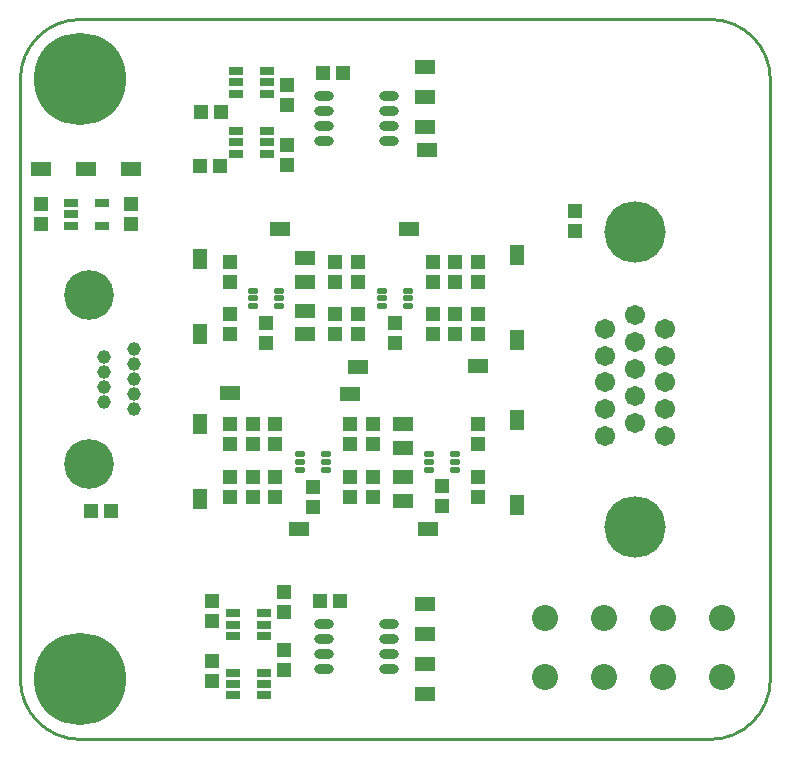
<source format=gts>
G04*
G04 #@! TF.GenerationSoftware,Altium Limited,Altium Designer,22.9.1 (49)*
G04*
G04 Layer_Color=8388736*
%FSLAX25Y25*%
%MOIN*%
G70*
G04*
G04 #@! TF.SameCoordinates,30CEAF04-E3BD-4145-9B8D-8DB9266C66AB*
G04*
G04*
G04 #@! TF.FilePolarity,Negative*
G04*
G01*
G75*
%ADD12C,0.01000*%
%ADD15R,0.04540X0.04540*%
%ADD16R,0.04540X0.04540*%
%ADD17R,0.07099X0.04737*%
%ADD18R,0.04882X0.02913*%
%ADD19O,0.06509X0.03162*%
%ADD20R,0.04737X0.07099*%
%ADD21R,0.06902X0.04737*%
%ADD22O,0.03543X0.02165*%
%ADD23C,0.06706*%
%ADD24C,0.20485*%
%ADD25C,0.04540*%
%ADD26C,0.16548*%
%ADD27C,0.08674*%
%ADD28C,0.30800*%
%ADD29C,0.03800*%
D12*
X120000Y240000D02*
G03*
X100000Y220000I0J-20000D01*
G01*
X350000D02*
G03*
X330000Y240000I-20000J0D01*
G01*
Y0D02*
G03*
X350000Y20000I0J20000D01*
G01*
X100000D02*
G03*
X120000Y0I20000J0D01*
G01*
Y240000D02*
X330000D01*
X350000Y20000D02*
Y220000D01*
X120000Y0D02*
X330000D01*
X100000Y20000D02*
Y220000D01*
D15*
X225000Y132153D02*
D03*
Y138847D02*
D03*
X182000Y132153D02*
D03*
Y138847D02*
D03*
X197500Y77500D02*
D03*
Y84193D02*
D03*
X240500Y77653D02*
D03*
Y84346D02*
D03*
X188000Y29693D02*
D03*
Y23000D02*
D03*
Y49193D02*
D03*
Y42500D02*
D03*
X188969Y191307D02*
D03*
Y198000D02*
D03*
Y211307D02*
D03*
Y218000D02*
D03*
X252500Y87500D02*
D03*
Y80807D02*
D03*
X217500D02*
D03*
Y87500D02*
D03*
X210000D02*
D03*
Y80807D02*
D03*
X185000Y87500D02*
D03*
Y80807D02*
D03*
X177500D02*
D03*
Y87500D02*
D03*
X170000Y80807D02*
D03*
Y87500D02*
D03*
X252500Y105000D02*
D03*
Y98307D02*
D03*
X217500D02*
D03*
Y105000D02*
D03*
X210000D02*
D03*
Y98307D02*
D03*
X185000Y105000D02*
D03*
Y98307D02*
D03*
X177500D02*
D03*
Y105000D02*
D03*
X170000D02*
D03*
Y98307D02*
D03*
X252500Y159193D02*
D03*
Y152500D02*
D03*
X245000Y159193D02*
D03*
Y152500D02*
D03*
X252500Y135000D02*
D03*
Y141693D02*
D03*
X245000D02*
D03*
Y135000D02*
D03*
X237500D02*
D03*
Y141693D02*
D03*
Y152500D02*
D03*
Y159193D02*
D03*
X205000D02*
D03*
Y152500D02*
D03*
X212500D02*
D03*
Y159193D02*
D03*
Y135000D02*
D03*
Y141693D02*
D03*
X205000D02*
D03*
Y135000D02*
D03*
X170000Y152500D02*
D03*
Y159193D02*
D03*
Y135000D02*
D03*
Y141693D02*
D03*
X164000Y39500D02*
D03*
Y46193D02*
D03*
Y19500D02*
D03*
Y26193D02*
D03*
X137000Y171653D02*
D03*
Y178347D02*
D03*
X107000Y171653D02*
D03*
Y178347D02*
D03*
X285000Y176193D02*
D03*
Y169500D02*
D03*
D16*
X160307Y209000D02*
D03*
X167000D02*
D03*
X159807Y191000D02*
D03*
X166500D02*
D03*
X201000Y222000D02*
D03*
X207693D02*
D03*
X206693Y46000D02*
D03*
X200000D02*
D03*
X130347Y76000D02*
D03*
X123653D02*
D03*
D17*
X212500Y124000D02*
D03*
X252500Y124500D02*
D03*
X186500Y170000D02*
D03*
X229500D02*
D03*
X210000Y115000D02*
D03*
X170000Y115500D02*
D03*
X236000Y70000D02*
D03*
X193000D02*
D03*
X235000Y224000D02*
D03*
Y214000D02*
D03*
Y204000D02*
D03*
X235472Y196500D02*
D03*
X107000Y190000D02*
D03*
X122000D02*
D03*
X137000D02*
D03*
X235000Y45000D02*
D03*
Y35000D02*
D03*
Y25000D02*
D03*
Y15000D02*
D03*
D18*
X171850Y215260D02*
D03*
Y219000D02*
D03*
Y222740D02*
D03*
X182087D02*
D03*
Y219000D02*
D03*
Y215260D02*
D03*
X171850Y195260D02*
D03*
Y199000D02*
D03*
Y202740D02*
D03*
X182087D02*
D03*
Y199000D02*
D03*
Y195260D02*
D03*
X171000Y41980D02*
D03*
Y38240D02*
D03*
Y34500D02*
D03*
X181236D02*
D03*
Y38240D02*
D03*
Y41980D02*
D03*
X170882Y22240D02*
D03*
Y18500D02*
D03*
Y14760D02*
D03*
X181118D02*
D03*
Y18500D02*
D03*
Y22240D02*
D03*
X127118Y178740D02*
D03*
Y171260D02*
D03*
X116882D02*
D03*
Y175000D02*
D03*
Y178740D02*
D03*
D19*
X222728Y199500D02*
D03*
Y204500D02*
D03*
Y209500D02*
D03*
Y214500D02*
D03*
X201272Y199500D02*
D03*
Y204500D02*
D03*
Y209500D02*
D03*
Y214500D02*
D03*
Y38500D02*
D03*
Y33500D02*
D03*
Y28500D02*
D03*
Y23500D02*
D03*
X222728Y38500D02*
D03*
Y33500D02*
D03*
Y28500D02*
D03*
Y23500D02*
D03*
D20*
X160000Y160000D02*
D03*
Y105000D02*
D03*
Y80000D02*
D03*
Y135000D02*
D03*
X265500Y133000D02*
D03*
Y161500D02*
D03*
Y106500D02*
D03*
Y78000D02*
D03*
D21*
X227500Y87500D02*
D03*
Y79626D02*
D03*
Y105000D02*
D03*
Y97126D02*
D03*
X195000Y152500D02*
D03*
Y160374D02*
D03*
Y135000D02*
D03*
Y142874D02*
D03*
D22*
X236169Y95059D02*
D03*
Y92500D02*
D03*
Y89941D02*
D03*
X244831Y95059D02*
D03*
Y92500D02*
D03*
Y89941D02*
D03*
X193169Y95059D02*
D03*
Y92500D02*
D03*
Y89941D02*
D03*
X201831Y95059D02*
D03*
Y92500D02*
D03*
Y89941D02*
D03*
X186331Y144441D02*
D03*
Y147000D02*
D03*
Y149559D02*
D03*
X177669Y144441D02*
D03*
Y147000D02*
D03*
Y149559D02*
D03*
X229331Y144441D02*
D03*
Y147000D02*
D03*
Y149559D02*
D03*
X220669Y144441D02*
D03*
Y147000D02*
D03*
Y149559D02*
D03*
D23*
X315000Y136949D02*
D03*
Y127972D02*
D03*
Y118996D02*
D03*
Y110020D02*
D03*
Y101043D02*
D03*
X295000D02*
D03*
X305000Y114508D02*
D03*
X295000Y110020D02*
D03*
X305000Y123484D02*
D03*
X295000Y118996D02*
D03*
X305000Y132461D02*
D03*
X295000Y127972D02*
D03*
X305000Y105532D02*
D03*
Y141437D02*
D03*
X295000Y136949D02*
D03*
D24*
X305000Y169193D02*
D03*
Y70807D02*
D03*
D25*
X138000Y120000D02*
D03*
Y125000D02*
D03*
Y130000D02*
D03*
Y115000D02*
D03*
Y110000D02*
D03*
X128000Y122500D02*
D03*
Y127500D02*
D03*
Y112500D02*
D03*
Y117500D02*
D03*
D26*
X123000Y148248D02*
D03*
Y91752D02*
D03*
D27*
X274815Y40500D02*
D03*
X294500D02*
D03*
X314185D02*
D03*
X333870D02*
D03*
X274815Y20815D02*
D03*
X294500D02*
D03*
X314185D02*
D03*
X333870D02*
D03*
D28*
X120000Y20000D02*
D03*
Y220000D02*
D03*
D29*
X129842Y25905D02*
D03*
X125906Y10158D02*
D03*
X110158Y14095D02*
D03*
X125906Y29842D02*
D03*
X129842Y14095D02*
D03*
X114094Y10158D02*
D03*
Y29842D02*
D03*
X108750Y20000D02*
D03*
X120000Y8750D02*
D03*
X131250Y20000D02*
D03*
X120000Y31250D02*
D03*
X110158Y25905D02*
D03*
X129842Y225905D02*
D03*
X125906Y210157D02*
D03*
X110158Y214094D02*
D03*
X125906Y229842D02*
D03*
X129842Y214094D02*
D03*
X114094Y210157D02*
D03*
Y229842D02*
D03*
X108750Y220000D02*
D03*
X120000Y208750D02*
D03*
X131250Y220000D02*
D03*
X120000Y231250D02*
D03*
X110158Y225905D02*
D03*
M02*

</source>
